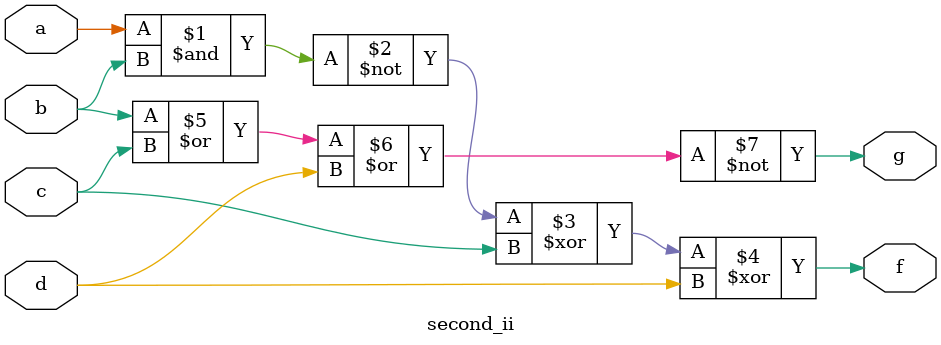
<source format=v>
module second_ii(a,b,c,d,f,g);
	input a,b,c,d;
	output f,g;
	assign f=(~(a&b))^c^d;
	assign g=~(b|c|d);
endmodule

</source>
